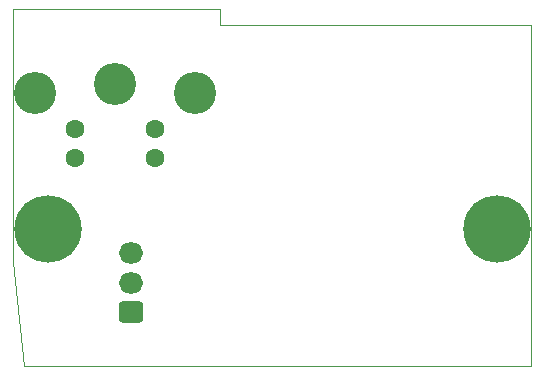
<source format=gbr>
G04 #@! TF.GenerationSoftware,KiCad,Pcbnew,(6.0.10)*
G04 #@! TF.CreationDate,2023-01-19T02:18:08+01:00*
G04 #@! TF.ProjectId,S-VHS ZX Spectrum Rev. D,532d5648-5320-45a5-9820-537065637472,rev?*
G04 #@! TF.SameCoordinates,Original*
G04 #@! TF.FileFunction,Soldermask,Bot*
G04 #@! TF.FilePolarity,Negative*
%FSLAX46Y46*%
G04 Gerber Fmt 4.6, Leading zero omitted, Abs format (unit mm)*
G04 Created by KiCad (PCBNEW (6.0.10)) date 2023-01-19 02:18:08*
%MOMM*%
%LPD*%
G01*
G04 APERTURE LIST*
G04 Aperture macros list*
%AMRoundRect*
0 Rectangle with rounded corners*
0 $1 Rounding radius*
0 $2 $3 $4 $5 $6 $7 $8 $9 X,Y pos of 4 corners*
0 Add a 4 corners polygon primitive as box body*
4,1,4,$2,$3,$4,$5,$6,$7,$8,$9,$2,$3,0*
0 Add four circle primitives for the rounded corners*
1,1,$1+$1,$2,$3*
1,1,$1+$1,$4,$5*
1,1,$1+$1,$6,$7*
1,1,$1+$1,$8,$9*
0 Add four rect primitives between the rounded corners*
20,1,$1+$1,$2,$3,$4,$5,0*
20,1,$1+$1,$4,$5,$6,$7,0*
20,1,$1+$1,$6,$7,$8,$9,0*
20,1,$1+$1,$8,$9,$2,$3,0*%
G04 Aperture macros list end*
G04 #@! TA.AperFunction,Profile*
%ADD10C,0.050000*%
G04 #@! TD*
%ADD11C,5.702000*%
%ADD12C,1.602000*%
%ADD13C,3.567000*%
%ADD14RoundRect,0.301000X0.725000X-0.600000X0.725000X0.600000X-0.725000X0.600000X-0.725000X-0.600000X0*%
%ADD15O,2.052000X1.802000*%
G04 APERTURE END LIST*
D10*
X135763000Y-105283000D02*
X136652000Y-114046000D01*
X179578000Y-85217000D02*
X179578000Y-114046000D01*
X135763000Y-83820000D02*
X135763000Y-105283000D01*
X179578000Y-85217000D02*
X153289000Y-85217000D01*
X153289000Y-83820000D02*
X135763000Y-83820000D01*
X179578000Y-114046000D02*
X136652000Y-114046000D01*
X153289000Y-85217000D02*
X153289000Y-83820000D01*
X135763000Y-105283000D02*
X136652000Y-114046000D01*
X179578000Y-85217000D02*
X179578000Y-114046000D01*
X135763000Y-83820000D02*
X135763000Y-105283000D01*
X179578000Y-85217000D02*
X153289000Y-85217000D01*
X153289000Y-83820000D02*
X135763000Y-83820000D01*
X179578000Y-114046000D02*
X136652000Y-114046000D01*
X153289000Y-85217000D02*
X153289000Y-83820000D01*
D11*
X176739000Y-102489000D03*
X138700000Y-102489000D03*
D12*
X140970000Y-93980000D03*
X147770000Y-93980000D03*
X140970000Y-96480000D03*
X147770000Y-96480000D03*
D13*
X137620000Y-90980000D03*
X144370000Y-90180000D03*
X151120000Y-90980000D03*
D14*
X145760000Y-109530000D03*
D15*
X145760000Y-107030000D03*
X145760000Y-104530000D03*
M02*

</source>
